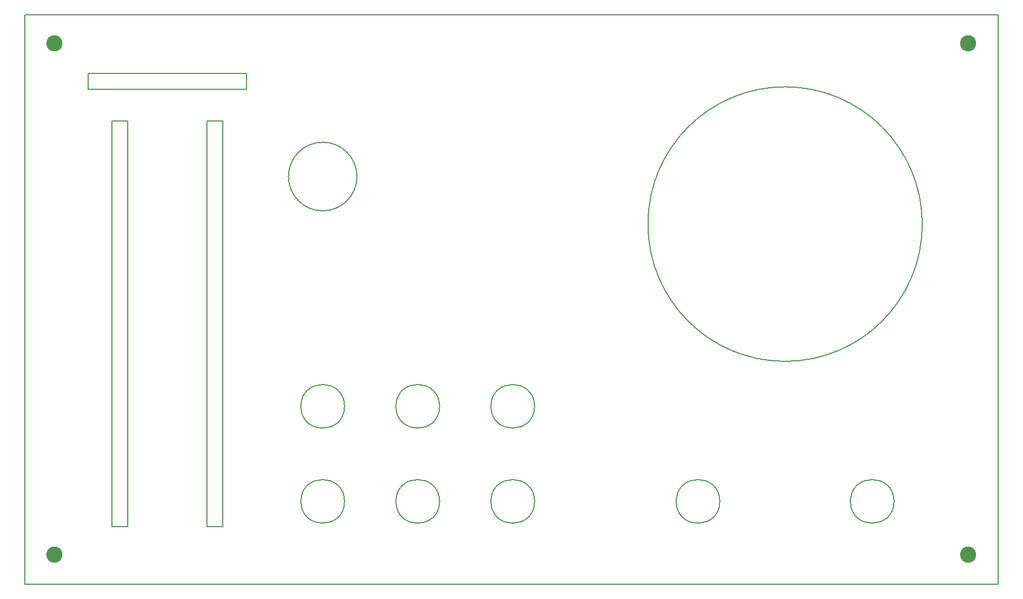
<source format=gbr>
G04 #@! TF.GenerationSoftware,KiCad,Pcbnew,5.0.0-fee4fd1~66~ubuntu18.04.1*
G04 #@! TF.CreationDate,2018-09-21T23:05:29+02:00*
G04 #@! TF.ProjectId,Top,546F702E6B696361645F706362000000,rev?*
G04 #@! TF.SameCoordinates,Original*
G04 #@! TF.FileFunction,Soldermask,Top*
G04 #@! TF.FilePolarity,Negative*
%FSLAX46Y46*%
G04 Gerber Fmt 4.6, Leading zero omitted, Abs format (unit mm)*
G04 Created by KiCad (PCBNEW 5.0.0-fee4fd1~66~ubuntu18.04.1) date Fri Sep 21 23:05:29 2018*
%MOMM*%
%LPD*%
G01*
G04 APERTURE LIST*
%ADD10C,0.200000*%
%ADD11C,2.600000*%
G04 APERTURE END LIST*
D10*
X228290000Y-142240000D02*
G75*
G03X228290000Y-142240000I-3500000J0D01*
G01*
X200350000Y-142240000D02*
G75*
G03X200350000Y-142240000I-3500000J0D01*
G01*
X102870000Y-81280000D02*
X102870000Y-146280000D01*
X105410000Y-146280000D02*
X105410000Y-81280000D01*
X118110000Y-81280000D02*
X118110000Y-146280000D01*
X120650000Y-81280000D02*
X120650000Y-146280000D01*
X99060000Y-73660000D02*
X124460000Y-73660000D01*
X99060000Y-76200000D02*
X99060000Y-73660000D01*
X124460000Y-76200000D02*
X99060000Y-76200000D01*
X124460000Y-73660000D02*
X124460000Y-76200000D01*
X142152000Y-90170000D02*
G75*
G03X142152000Y-90170000I-5500000J0D01*
G01*
X170632000Y-142240000D02*
G75*
G03X170632000Y-142240000I-3500000J0D01*
G01*
X170632000Y-127000000D02*
G75*
G03X170632000Y-127000000I-3500000J0D01*
G01*
X155392000Y-127000000D02*
G75*
G03X155392000Y-127000000I-3500000J0D01*
G01*
X155392000Y-142240000D02*
G75*
G03X155392000Y-142240000I-3500000J0D01*
G01*
X140152000Y-142240000D02*
G75*
G03X140152000Y-142240000I-3500000J0D01*
G01*
X140152000Y-127000000D02*
G75*
G03X140152000Y-127000000I-3500000J0D01*
G01*
X102870000Y-81280000D02*
X105410000Y-81280000D01*
X120650000Y-81280000D02*
X118110000Y-81280000D01*
X105410000Y-146280000D02*
X102870000Y-146280000D01*
X118110000Y-146280000D02*
X120650000Y-146280000D01*
X232820000Y-97790000D02*
G75*
G03X232820000Y-97790000I-22000000J0D01*
G01*
X88900000Y-64300000D02*
X88900000Y-155500000D01*
X245000000Y-64262000D02*
X88900000Y-64262000D01*
X245000000Y-155500000D02*
X245000000Y-64300000D01*
X88900000Y-155500000D02*
X245000000Y-155500000D01*
D11*
G04 #@! TO.C,SCREW_TL*
X93599000Y-68834000D03*
G04 #@! TD*
G04 #@! TO.C,SCREW_BL*
X93599000Y-150749000D03*
G04 #@! TD*
G04 #@! TO.C,Screw_BR*
X240157000Y-150749000D03*
G04 #@! TD*
G04 #@! TO.C,Screw_TR*
X240157000Y-68834000D03*
G04 #@! TD*
M02*

</source>
